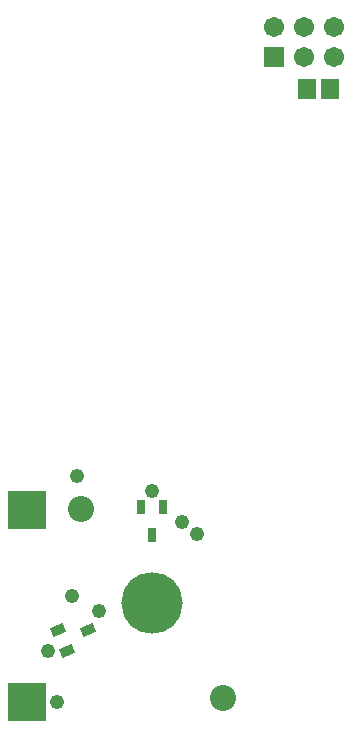
<source format=gbs>
G04 Layer_Color=16711935*
%FSLAX25Y25*%
%MOIN*%
G70*
G01*
G75*
%ADD25R,0.12611X0.12611*%
%ADD26R,0.06312X0.06706*%
%ADD27R,0.03162X0.04540*%
G04:AMPARAMS|DCode=28|XSize=31.62mil|YSize=45.4mil|CornerRadius=0mil|HoleSize=0mil|Usage=FLASHONLY|Rotation=112.500|XOffset=0mil|YOffset=0mil|HoleType=Round|Shape=Rectangle|*
%AMROTATEDRECTD28*
4,1,4,0.02702,-0.00592,-0.01492,-0.02330,-0.02702,0.00592,0.01492,0.02330,0.02702,-0.00592,0.0*
%
%ADD28ROTATEDRECTD28*%

%ADD29C,0.08674*%
%ADD30C,0.08674*%
%ADD31C,0.06706*%
%ADD32R,0.06706X0.06706*%
%ADD33C,0.20485*%
%ADD34C,0.04800*%
D25*
X-41500Y-33000D02*
D03*
Y31000D02*
D03*
D26*
X51563Y171500D02*
D03*
X59437D02*
D03*
D27*
X-3740Y32185D02*
D03*
X3740D02*
D03*
X0Y22933D02*
D03*
D28*
X-28303Y-15769D02*
D03*
X-31166Y-8858D02*
D03*
X-21187Y-8773D02*
D03*
D29*
X-23622Y31496D02*
D03*
D30*
X23622Y-31496D02*
D03*
D31*
X60709Y192087D02*
D03*
Y182087D02*
D03*
X50709Y192087D02*
D03*
Y182087D02*
D03*
X40709Y192087D02*
D03*
D32*
Y182087D02*
D03*
D33*
X0Y0D02*
D03*
D34*
X-25000Y42500D02*
D03*
X0Y37500D02*
D03*
X-31500Y-33000D02*
D03*
X10000Y27000D02*
D03*
X15000Y23000D02*
D03*
X-34731Y-15769D02*
D03*
X-17500Y-2500D02*
D03*
X-26500Y2500D02*
D03*
M02*

</source>
